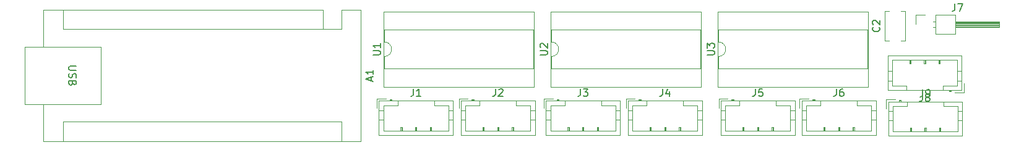
<source format=gbr>
%TF.GenerationSoftware,KiCad,Pcbnew,7.0.10*%
%TF.CreationDate,2024-06-02T15:41:47+02:00*%
%TF.ProjectId,eBoard_pcb,65426f61-7264-45f7-9063-622e6b696361,rev?*%
%TF.SameCoordinates,Original*%
%TF.FileFunction,Legend,Top*%
%TF.FilePolarity,Positive*%
%FSLAX46Y46*%
G04 Gerber Fmt 4.6, Leading zero omitted, Abs format (unit mm)*
G04 Created by KiCad (PCBNEW 7.0.10) date 2024-06-02 15:41:47*
%MOMM*%
%LPD*%
G01*
G04 APERTURE LIST*
%ADD10C,0.150000*%
%ADD11C,0.120000*%
G04 APERTURE END LIST*
D10*
X201866666Y-68299319D02*
X201866666Y-69013604D01*
X201866666Y-69013604D02*
X201819047Y-69156461D01*
X201819047Y-69156461D02*
X201723809Y-69251700D01*
X201723809Y-69251700D02*
X201580952Y-69299319D01*
X201580952Y-69299319D02*
X201485714Y-69299319D01*
X202819047Y-68299319D02*
X202342857Y-68299319D01*
X202342857Y-68299319D02*
X202295238Y-68775509D01*
X202295238Y-68775509D02*
X202342857Y-68727890D01*
X202342857Y-68727890D02*
X202438095Y-68680271D01*
X202438095Y-68680271D02*
X202676190Y-68680271D01*
X202676190Y-68680271D02*
X202771428Y-68727890D01*
X202771428Y-68727890D02*
X202819047Y-68775509D01*
X202819047Y-68775509D02*
X202866666Y-68870747D01*
X202866666Y-68870747D02*
X202866666Y-69108842D01*
X202866666Y-69108842D02*
X202819047Y-69204080D01*
X202819047Y-69204080D02*
X202771428Y-69251700D01*
X202771428Y-69251700D02*
X202676190Y-69299319D01*
X202676190Y-69299319D02*
X202438095Y-69299319D01*
X202438095Y-69299319D02*
X202342857Y-69251700D01*
X202342857Y-69251700D02*
X202295238Y-69204080D01*
X149259004Y-67154285D02*
X149259004Y-66678095D01*
X149544719Y-67249523D02*
X148544719Y-66916190D01*
X148544719Y-66916190D02*
X149544719Y-66582857D01*
X149544719Y-65725714D02*
X149544719Y-66297142D01*
X149544719Y-66011428D02*
X148544719Y-66011428D01*
X148544719Y-66011428D02*
X148687576Y-66106666D01*
X148687576Y-66106666D02*
X148782814Y-66201904D01*
X148782814Y-66201904D02*
X148830433Y-66297142D01*
X108915180Y-65178095D02*
X108105657Y-65178095D01*
X108105657Y-65178095D02*
X108010419Y-65225714D01*
X108010419Y-65225714D02*
X107962800Y-65273333D01*
X107962800Y-65273333D02*
X107915180Y-65368571D01*
X107915180Y-65368571D02*
X107915180Y-65559047D01*
X107915180Y-65559047D02*
X107962800Y-65654285D01*
X107962800Y-65654285D02*
X108010419Y-65701904D01*
X108010419Y-65701904D02*
X108105657Y-65749523D01*
X108105657Y-65749523D02*
X108915180Y-65749523D01*
X107962800Y-66178095D02*
X107915180Y-66320952D01*
X107915180Y-66320952D02*
X107915180Y-66559047D01*
X107915180Y-66559047D02*
X107962800Y-66654285D01*
X107962800Y-66654285D02*
X108010419Y-66701904D01*
X108010419Y-66701904D02*
X108105657Y-66749523D01*
X108105657Y-66749523D02*
X108200895Y-66749523D01*
X108200895Y-66749523D02*
X108296133Y-66701904D01*
X108296133Y-66701904D02*
X108343752Y-66654285D01*
X108343752Y-66654285D02*
X108391371Y-66559047D01*
X108391371Y-66559047D02*
X108438990Y-66368571D01*
X108438990Y-66368571D02*
X108486609Y-66273333D01*
X108486609Y-66273333D02*
X108534228Y-66225714D01*
X108534228Y-66225714D02*
X108629466Y-66178095D01*
X108629466Y-66178095D02*
X108724704Y-66178095D01*
X108724704Y-66178095D02*
X108819942Y-66225714D01*
X108819942Y-66225714D02*
X108867561Y-66273333D01*
X108867561Y-66273333D02*
X108915180Y-66368571D01*
X108915180Y-66368571D02*
X108915180Y-66606666D01*
X108915180Y-66606666D02*
X108867561Y-66749523D01*
X108438990Y-67511428D02*
X108391371Y-67654285D01*
X108391371Y-67654285D02*
X108343752Y-67701904D01*
X108343752Y-67701904D02*
X108248514Y-67749523D01*
X108248514Y-67749523D02*
X108105657Y-67749523D01*
X108105657Y-67749523D02*
X108010419Y-67701904D01*
X108010419Y-67701904D02*
X107962800Y-67654285D01*
X107962800Y-67654285D02*
X107915180Y-67559047D01*
X107915180Y-67559047D02*
X107915180Y-67178095D01*
X107915180Y-67178095D02*
X108915180Y-67178095D01*
X108915180Y-67178095D02*
X108915180Y-67511428D01*
X108915180Y-67511428D02*
X108867561Y-67606666D01*
X108867561Y-67606666D02*
X108819942Y-67654285D01*
X108819942Y-67654285D02*
X108724704Y-67701904D01*
X108724704Y-67701904D02*
X108629466Y-67701904D01*
X108629466Y-67701904D02*
X108534228Y-67654285D01*
X108534228Y-67654285D02*
X108486609Y-67606666D01*
X108486609Y-67606666D02*
X108438990Y-67511428D01*
X108438990Y-67511428D02*
X108438990Y-67178095D01*
X177926666Y-68299319D02*
X177926666Y-69013604D01*
X177926666Y-69013604D02*
X177879047Y-69156461D01*
X177879047Y-69156461D02*
X177783809Y-69251700D01*
X177783809Y-69251700D02*
X177640952Y-69299319D01*
X177640952Y-69299319D02*
X177545714Y-69299319D01*
X178307619Y-68299319D02*
X178926666Y-68299319D01*
X178926666Y-68299319D02*
X178593333Y-68680271D01*
X178593333Y-68680271D02*
X178736190Y-68680271D01*
X178736190Y-68680271D02*
X178831428Y-68727890D01*
X178831428Y-68727890D02*
X178879047Y-68775509D01*
X178879047Y-68775509D02*
X178926666Y-68870747D01*
X178926666Y-68870747D02*
X178926666Y-69108842D01*
X178926666Y-69108842D02*
X178879047Y-69204080D01*
X178879047Y-69204080D02*
X178831428Y-69251700D01*
X178831428Y-69251700D02*
X178736190Y-69299319D01*
X178736190Y-69299319D02*
X178450476Y-69299319D01*
X178450476Y-69299319D02*
X178355238Y-69251700D01*
X178355238Y-69251700D02*
X178307619Y-69204080D01*
X172384819Y-63616404D02*
X173194342Y-63616404D01*
X173194342Y-63616404D02*
X173289580Y-63568785D01*
X173289580Y-63568785D02*
X173337200Y-63521166D01*
X173337200Y-63521166D02*
X173384819Y-63425928D01*
X173384819Y-63425928D02*
X173384819Y-63235452D01*
X173384819Y-63235452D02*
X173337200Y-63140214D01*
X173337200Y-63140214D02*
X173289580Y-63092595D01*
X173289580Y-63092595D02*
X173194342Y-63044976D01*
X173194342Y-63044976D02*
X172384819Y-63044976D01*
X172480057Y-62616404D02*
X172432438Y-62568785D01*
X172432438Y-62568785D02*
X172384819Y-62473547D01*
X172384819Y-62473547D02*
X172384819Y-62235452D01*
X172384819Y-62235452D02*
X172432438Y-62140214D01*
X172432438Y-62140214D02*
X172480057Y-62092595D01*
X172480057Y-62092595D02*
X172575295Y-62044976D01*
X172575295Y-62044976D02*
X172670533Y-62044976D01*
X172670533Y-62044976D02*
X172813390Y-62092595D01*
X172813390Y-62092595D02*
X173384819Y-62664023D01*
X173384819Y-62664023D02*
X173384819Y-62044976D01*
X224707766Y-69007919D02*
X224707766Y-69722204D01*
X224707766Y-69722204D02*
X224660147Y-69865061D01*
X224660147Y-69865061D02*
X224564909Y-69960300D01*
X224564909Y-69960300D02*
X224422052Y-70007919D01*
X224422052Y-70007919D02*
X224326814Y-70007919D01*
X225326814Y-69436490D02*
X225231576Y-69388871D01*
X225231576Y-69388871D02*
X225183957Y-69341252D01*
X225183957Y-69341252D02*
X225136338Y-69246014D01*
X225136338Y-69246014D02*
X225136338Y-69198395D01*
X225136338Y-69198395D02*
X225183957Y-69103157D01*
X225183957Y-69103157D02*
X225231576Y-69055538D01*
X225231576Y-69055538D02*
X225326814Y-69007919D01*
X225326814Y-69007919D02*
X225517290Y-69007919D01*
X225517290Y-69007919D02*
X225612528Y-69055538D01*
X225612528Y-69055538D02*
X225660147Y-69103157D01*
X225660147Y-69103157D02*
X225707766Y-69198395D01*
X225707766Y-69198395D02*
X225707766Y-69246014D01*
X225707766Y-69246014D02*
X225660147Y-69341252D01*
X225660147Y-69341252D02*
X225612528Y-69388871D01*
X225612528Y-69388871D02*
X225517290Y-69436490D01*
X225517290Y-69436490D02*
X225326814Y-69436490D01*
X225326814Y-69436490D02*
X225231576Y-69484109D01*
X225231576Y-69484109D02*
X225183957Y-69531728D01*
X225183957Y-69531728D02*
X225136338Y-69626966D01*
X225136338Y-69626966D02*
X225136338Y-69817442D01*
X225136338Y-69817442D02*
X225183957Y-69912680D01*
X225183957Y-69912680D02*
X225231576Y-69960300D01*
X225231576Y-69960300D02*
X225326814Y-70007919D01*
X225326814Y-70007919D02*
X225517290Y-70007919D01*
X225517290Y-70007919D02*
X225612528Y-69960300D01*
X225612528Y-69960300D02*
X225660147Y-69912680D01*
X225660147Y-69912680D02*
X225707766Y-69817442D01*
X225707766Y-69817442D02*
X225707766Y-69626966D01*
X225707766Y-69626966D02*
X225660147Y-69531728D01*
X225660147Y-69531728D02*
X225612528Y-69484109D01*
X225612528Y-69484109D02*
X225517290Y-69436490D01*
X224766766Y-68396419D02*
X224766766Y-69110704D01*
X224766766Y-69110704D02*
X224719147Y-69253561D01*
X224719147Y-69253561D02*
X224623909Y-69348800D01*
X224623909Y-69348800D02*
X224481052Y-69396419D01*
X224481052Y-69396419D02*
X224385814Y-69396419D01*
X225290576Y-69396419D02*
X225481052Y-69396419D01*
X225481052Y-69396419D02*
X225576290Y-69348800D01*
X225576290Y-69348800D02*
X225623909Y-69301180D01*
X225623909Y-69301180D02*
X225719147Y-69158323D01*
X225719147Y-69158323D02*
X225766766Y-68967847D01*
X225766766Y-68967847D02*
X225766766Y-68586895D01*
X225766766Y-68586895D02*
X225719147Y-68491657D01*
X225719147Y-68491657D02*
X225671528Y-68444038D01*
X225671528Y-68444038D02*
X225576290Y-68396419D01*
X225576290Y-68396419D02*
X225385814Y-68396419D01*
X225385814Y-68396419D02*
X225290576Y-68444038D01*
X225290576Y-68444038D02*
X225242957Y-68491657D01*
X225242957Y-68491657D02*
X225195338Y-68586895D01*
X225195338Y-68586895D02*
X225195338Y-68824990D01*
X225195338Y-68824990D02*
X225242957Y-68920228D01*
X225242957Y-68920228D02*
X225290576Y-68967847D01*
X225290576Y-68967847D02*
X225385814Y-69015466D01*
X225385814Y-69015466D02*
X225576290Y-69015466D01*
X225576290Y-69015466D02*
X225671528Y-68967847D01*
X225671528Y-68967847D02*
X225719147Y-68920228D01*
X225719147Y-68920228D02*
X225766766Y-68824990D01*
X189166666Y-68299319D02*
X189166666Y-69013604D01*
X189166666Y-69013604D02*
X189119047Y-69156461D01*
X189119047Y-69156461D02*
X189023809Y-69251700D01*
X189023809Y-69251700D02*
X188880952Y-69299319D01*
X188880952Y-69299319D02*
X188785714Y-69299319D01*
X190071428Y-68632652D02*
X190071428Y-69299319D01*
X189833333Y-68251700D02*
X189595238Y-68965985D01*
X189595238Y-68965985D02*
X190214285Y-68965985D01*
X195244819Y-63616404D02*
X196054342Y-63616404D01*
X196054342Y-63616404D02*
X196149580Y-63568785D01*
X196149580Y-63568785D02*
X196197200Y-63521166D01*
X196197200Y-63521166D02*
X196244819Y-63425928D01*
X196244819Y-63425928D02*
X196244819Y-63235452D01*
X196244819Y-63235452D02*
X196197200Y-63140214D01*
X196197200Y-63140214D02*
X196149580Y-63092595D01*
X196149580Y-63092595D02*
X196054342Y-63044976D01*
X196054342Y-63044976D02*
X195244819Y-63044976D01*
X195244819Y-62664023D02*
X195244819Y-62044976D01*
X195244819Y-62044976D02*
X195625771Y-62378309D01*
X195625771Y-62378309D02*
X195625771Y-62235452D01*
X195625771Y-62235452D02*
X195673390Y-62140214D01*
X195673390Y-62140214D02*
X195721009Y-62092595D01*
X195721009Y-62092595D02*
X195816247Y-62044976D01*
X195816247Y-62044976D02*
X196054342Y-62044976D01*
X196054342Y-62044976D02*
X196149580Y-62092595D01*
X196149580Y-62092595D02*
X196197200Y-62140214D01*
X196197200Y-62140214D02*
X196244819Y-62235452D01*
X196244819Y-62235452D02*
X196244819Y-62521166D01*
X196244819Y-62521166D02*
X196197200Y-62616404D01*
X196197200Y-62616404D02*
X196149580Y-62664023D01*
X166306666Y-68299319D02*
X166306666Y-69013604D01*
X166306666Y-69013604D02*
X166259047Y-69156461D01*
X166259047Y-69156461D02*
X166163809Y-69251700D01*
X166163809Y-69251700D02*
X166020952Y-69299319D01*
X166020952Y-69299319D02*
X165925714Y-69299319D01*
X166735238Y-68394557D02*
X166782857Y-68346938D01*
X166782857Y-68346938D02*
X166878095Y-68299319D01*
X166878095Y-68299319D02*
X167116190Y-68299319D01*
X167116190Y-68299319D02*
X167211428Y-68346938D01*
X167211428Y-68346938D02*
X167259047Y-68394557D01*
X167259047Y-68394557D02*
X167306666Y-68489795D01*
X167306666Y-68489795D02*
X167306666Y-68585033D01*
X167306666Y-68585033D02*
X167259047Y-68727890D01*
X167259047Y-68727890D02*
X166687619Y-69299319D01*
X166687619Y-69299319D02*
X167306666Y-69299319D01*
X155066666Y-68299319D02*
X155066666Y-69013604D01*
X155066666Y-69013604D02*
X155019047Y-69156461D01*
X155019047Y-69156461D02*
X154923809Y-69251700D01*
X154923809Y-69251700D02*
X154780952Y-69299319D01*
X154780952Y-69299319D02*
X154685714Y-69299319D01*
X156066666Y-69299319D02*
X155495238Y-69299319D01*
X155780952Y-69299319D02*
X155780952Y-68299319D01*
X155780952Y-68299319D02*
X155685714Y-68442176D01*
X155685714Y-68442176D02*
X155590476Y-68537414D01*
X155590476Y-68537414D02*
X155495238Y-68585033D01*
X149524819Y-63616404D02*
X150334342Y-63616404D01*
X150334342Y-63616404D02*
X150429580Y-63568785D01*
X150429580Y-63568785D02*
X150477200Y-63521166D01*
X150477200Y-63521166D02*
X150524819Y-63425928D01*
X150524819Y-63425928D02*
X150524819Y-63235452D01*
X150524819Y-63235452D02*
X150477200Y-63140214D01*
X150477200Y-63140214D02*
X150429580Y-63092595D01*
X150429580Y-63092595D02*
X150334342Y-63044976D01*
X150334342Y-63044976D02*
X149524819Y-63044976D01*
X150524819Y-62044976D02*
X150524819Y-62616404D01*
X150524819Y-62330690D02*
X149524819Y-62330690D01*
X149524819Y-62330690D02*
X149667676Y-62425928D01*
X149667676Y-62425928D02*
X149762914Y-62521166D01*
X149762914Y-62521166D02*
X149810533Y-62616404D01*
X218789580Y-59836666D02*
X218837200Y-59884285D01*
X218837200Y-59884285D02*
X218884819Y-60027142D01*
X218884819Y-60027142D02*
X218884819Y-60122380D01*
X218884819Y-60122380D02*
X218837200Y-60265237D01*
X218837200Y-60265237D02*
X218741961Y-60360475D01*
X218741961Y-60360475D02*
X218646723Y-60408094D01*
X218646723Y-60408094D02*
X218456247Y-60455713D01*
X218456247Y-60455713D02*
X218313390Y-60455713D01*
X218313390Y-60455713D02*
X218122914Y-60408094D01*
X218122914Y-60408094D02*
X218027676Y-60360475D01*
X218027676Y-60360475D02*
X217932438Y-60265237D01*
X217932438Y-60265237D02*
X217884819Y-60122380D01*
X217884819Y-60122380D02*
X217884819Y-60027142D01*
X217884819Y-60027142D02*
X217932438Y-59884285D01*
X217932438Y-59884285D02*
X217980057Y-59836666D01*
X217980057Y-59455713D02*
X217932438Y-59408094D01*
X217932438Y-59408094D02*
X217884819Y-59312856D01*
X217884819Y-59312856D02*
X217884819Y-59074761D01*
X217884819Y-59074761D02*
X217932438Y-58979523D01*
X217932438Y-58979523D02*
X217980057Y-58931904D01*
X217980057Y-58931904D02*
X218075295Y-58884285D01*
X218075295Y-58884285D02*
X218170533Y-58884285D01*
X218170533Y-58884285D02*
X218313390Y-58931904D01*
X218313390Y-58931904D02*
X218884819Y-59503332D01*
X218884819Y-59503332D02*
X218884819Y-58884285D01*
X229153566Y-56610019D02*
X229153566Y-57324304D01*
X229153566Y-57324304D02*
X229105947Y-57467161D01*
X229105947Y-57467161D02*
X229010709Y-57562400D01*
X229010709Y-57562400D02*
X228867852Y-57610019D01*
X228867852Y-57610019D02*
X228772614Y-57610019D01*
X229534519Y-56610019D02*
X230201185Y-56610019D01*
X230201185Y-56610019D02*
X229772614Y-57610019D01*
X212946666Y-68299319D02*
X212946666Y-69013604D01*
X212946666Y-69013604D02*
X212899047Y-69156461D01*
X212899047Y-69156461D02*
X212803809Y-69251700D01*
X212803809Y-69251700D02*
X212660952Y-69299319D01*
X212660952Y-69299319D02*
X212565714Y-69299319D01*
X213851428Y-68299319D02*
X213660952Y-68299319D01*
X213660952Y-68299319D02*
X213565714Y-68346938D01*
X213565714Y-68346938D02*
X213518095Y-68394557D01*
X213518095Y-68394557D02*
X213422857Y-68537414D01*
X213422857Y-68537414D02*
X213375238Y-68727890D01*
X213375238Y-68727890D02*
X213375238Y-69108842D01*
X213375238Y-69108842D02*
X213422857Y-69204080D01*
X213422857Y-69204080D02*
X213470476Y-69251700D01*
X213470476Y-69251700D02*
X213565714Y-69299319D01*
X213565714Y-69299319D02*
X213756190Y-69299319D01*
X213756190Y-69299319D02*
X213851428Y-69251700D01*
X213851428Y-69251700D02*
X213899047Y-69204080D01*
X213899047Y-69204080D02*
X213946666Y-69108842D01*
X213946666Y-69108842D02*
X213946666Y-68870747D01*
X213946666Y-68870747D02*
X213899047Y-68775509D01*
X213899047Y-68775509D02*
X213851428Y-68727890D01*
X213851428Y-68727890D02*
X213756190Y-68680271D01*
X213756190Y-68680271D02*
X213565714Y-68680271D01*
X213565714Y-68680271D02*
X213470476Y-68727890D01*
X213470476Y-68727890D02*
X213422857Y-68775509D01*
X213422857Y-68775509D02*
X213375238Y-68870747D01*
D11*
%TO.C,J5*%
X196840000Y-69634500D02*
X196840000Y-70884500D01*
X197140000Y-69934500D02*
X197140000Y-74654500D01*
X197140000Y-71244500D02*
X197750000Y-71244500D01*
X197140000Y-72544500D02*
X197750000Y-72544500D01*
X197140000Y-74654500D02*
X207260000Y-74654500D01*
X197750000Y-70544500D02*
X197750000Y-74044500D01*
X197750000Y-74044500D02*
X206650000Y-74044500D01*
X198090000Y-69634500D02*
X196840000Y-69634500D01*
X198600000Y-69734500D02*
X198600000Y-69934500D01*
X198900000Y-69734500D02*
X198600000Y-69734500D01*
X198900000Y-69834500D02*
X198600000Y-69834500D01*
X198900000Y-69934500D02*
X198900000Y-69734500D01*
X199700000Y-69934500D02*
X199700000Y-70544500D01*
X199700000Y-70544500D02*
X197750000Y-70544500D01*
X200100000Y-73544500D02*
X200300000Y-73544500D01*
X200100000Y-74044500D02*
X200100000Y-73544500D01*
X200200000Y-74044500D02*
X200200000Y-73544500D01*
X200300000Y-73544500D02*
X200300000Y-74044500D01*
X202100000Y-73544500D02*
X202300000Y-73544500D01*
X202100000Y-74044500D02*
X202100000Y-73544500D01*
X202200000Y-74044500D02*
X202200000Y-73544500D01*
X202300000Y-73544500D02*
X202300000Y-74044500D01*
X204100000Y-73544500D02*
X204300000Y-73544500D01*
X204100000Y-74044500D02*
X204100000Y-73544500D01*
X204200000Y-74044500D02*
X204200000Y-73544500D01*
X204300000Y-73544500D02*
X204300000Y-74044500D01*
X204700000Y-70544500D02*
X204700000Y-69934500D01*
X206650000Y-70544500D02*
X204700000Y-70544500D01*
X206650000Y-74044500D02*
X206650000Y-70544500D01*
X207260000Y-69934500D02*
X197140000Y-69934500D01*
X207260000Y-71244500D02*
X206650000Y-71244500D01*
X207260000Y-72544500D02*
X206650000Y-72544500D01*
X207260000Y-74654500D02*
X207260000Y-69934500D01*
%TO.C,A1*%
X147870000Y-57420000D02*
X145200000Y-57420000D01*
X142660000Y-57420000D02*
X104430000Y-57420000D01*
X104430000Y-57420000D02*
X104430000Y-62500000D01*
X145200000Y-60090000D02*
X145200000Y-57420000D01*
X142660000Y-60090000D02*
X142660000Y-57420000D01*
X142660000Y-60090000D02*
X145200000Y-60090000D01*
X142660000Y-60090000D02*
X107100000Y-60090000D01*
X107100000Y-60090000D02*
X107100000Y-57420000D01*
X112310000Y-62500000D02*
X112310000Y-70380000D01*
X101890000Y-62500000D02*
X112310000Y-62500000D01*
X112310000Y-70380000D02*
X101890000Y-70380000D01*
X101890000Y-70380000D02*
X101890000Y-62500000D01*
X145200000Y-72790000D02*
X107100000Y-72790000D01*
X145200000Y-72790000D02*
X145200000Y-75460000D01*
X107100000Y-72790000D02*
X107100000Y-75460000D01*
X147870000Y-75460000D02*
X147870000Y-57420000D01*
X104430000Y-75460000D02*
X104430000Y-70380000D01*
X104430000Y-75460000D02*
X147870000Y-75460000D01*
%TO.C,J3*%
X172900000Y-69634500D02*
X172900000Y-70884500D01*
X173200000Y-69934500D02*
X173200000Y-74654500D01*
X173200000Y-71244500D02*
X173810000Y-71244500D01*
X173200000Y-72544500D02*
X173810000Y-72544500D01*
X173200000Y-74654500D02*
X183320000Y-74654500D01*
X173810000Y-70544500D02*
X173810000Y-74044500D01*
X173810000Y-74044500D02*
X182710000Y-74044500D01*
X174150000Y-69634500D02*
X172900000Y-69634500D01*
X174660000Y-69734500D02*
X174660000Y-69934500D01*
X174960000Y-69734500D02*
X174660000Y-69734500D01*
X174960000Y-69834500D02*
X174660000Y-69834500D01*
X174960000Y-69934500D02*
X174960000Y-69734500D01*
X175760000Y-69934500D02*
X175760000Y-70544500D01*
X175760000Y-70544500D02*
X173810000Y-70544500D01*
X176160000Y-73544500D02*
X176360000Y-73544500D01*
X176160000Y-74044500D02*
X176160000Y-73544500D01*
X176260000Y-74044500D02*
X176260000Y-73544500D01*
X176360000Y-73544500D02*
X176360000Y-74044500D01*
X178160000Y-73544500D02*
X178360000Y-73544500D01*
X178160000Y-74044500D02*
X178160000Y-73544500D01*
X178260000Y-74044500D02*
X178260000Y-73544500D01*
X178360000Y-73544500D02*
X178360000Y-74044500D01*
X180160000Y-73544500D02*
X180360000Y-73544500D01*
X180160000Y-74044500D02*
X180160000Y-73544500D01*
X180260000Y-74044500D02*
X180260000Y-73544500D01*
X180360000Y-73544500D02*
X180360000Y-74044500D01*
X180760000Y-70544500D02*
X180760000Y-69934500D01*
X182710000Y-70544500D02*
X180760000Y-70544500D01*
X182710000Y-74044500D02*
X182710000Y-70544500D01*
X183320000Y-69934500D02*
X173200000Y-69934500D01*
X183320000Y-71244500D02*
X182710000Y-71244500D01*
X183320000Y-72544500D02*
X182710000Y-72544500D01*
X183320000Y-74654500D02*
X183320000Y-69934500D01*
%TO.C,U2*%
X173870000Y-67994500D02*
X194430000Y-67994500D01*
X194430000Y-67994500D02*
X194430000Y-57714500D01*
X173930000Y-65504500D02*
X194370000Y-65504500D01*
X194370000Y-65504500D02*
X194370000Y-60204500D01*
X173930000Y-63854500D02*
X173930000Y-65504500D01*
X173930000Y-60204500D02*
X173930000Y-61854500D01*
X194370000Y-60204500D02*
X173930000Y-60204500D01*
X173870000Y-57714500D02*
X173870000Y-67994500D01*
X194430000Y-57714500D02*
X173870000Y-57714500D01*
X173930000Y-63854500D02*
G75*
G03*
X173930000Y-61854500I0J1000000D01*
G01*
%TO.C,J8*%
X230401100Y-68763100D02*
X230401100Y-67513100D01*
X230101100Y-68463100D02*
X230101100Y-63743100D01*
X230101100Y-67153100D02*
X229491100Y-67153100D01*
X230101100Y-65853100D02*
X229491100Y-65853100D01*
X230101100Y-63743100D02*
X219981100Y-63743100D01*
X229491100Y-67853100D02*
X229491100Y-64353100D01*
X229491100Y-64353100D02*
X220591100Y-64353100D01*
X229151100Y-68763100D02*
X230401100Y-68763100D01*
X228641100Y-68663100D02*
X228641100Y-68463100D01*
X228341100Y-68663100D02*
X228641100Y-68663100D01*
X228341100Y-68563100D02*
X228641100Y-68563100D01*
X228341100Y-68463100D02*
X228341100Y-68663100D01*
X227541100Y-68463100D02*
X227541100Y-67853100D01*
X227541100Y-67853100D02*
X229491100Y-67853100D01*
X227141100Y-64853100D02*
X226941100Y-64853100D01*
X227141100Y-64353100D02*
X227141100Y-64853100D01*
X227041100Y-64353100D02*
X227041100Y-64853100D01*
X226941100Y-64853100D02*
X226941100Y-64353100D01*
X225141100Y-64853100D02*
X224941100Y-64853100D01*
X225141100Y-64353100D02*
X225141100Y-64853100D01*
X225041100Y-64353100D02*
X225041100Y-64853100D01*
X224941100Y-64853100D02*
X224941100Y-64353100D01*
X223141100Y-64853100D02*
X222941100Y-64853100D01*
X223141100Y-64353100D02*
X223141100Y-64853100D01*
X223041100Y-64353100D02*
X223041100Y-64853100D01*
X222941100Y-64853100D02*
X222941100Y-64353100D01*
X222541100Y-67853100D02*
X222541100Y-68463100D01*
X220591100Y-67853100D02*
X222541100Y-67853100D01*
X220591100Y-64353100D02*
X220591100Y-67853100D01*
X219981100Y-68463100D02*
X230101100Y-68463100D01*
X219981100Y-67153100D02*
X220591100Y-67153100D01*
X219981100Y-65853100D02*
X220591100Y-65853100D01*
X219981100Y-63743100D02*
X219981100Y-68463100D01*
%TO.C,J9*%
X219740100Y-69731600D02*
X219740100Y-70981600D01*
X220040100Y-70031600D02*
X220040100Y-74751600D01*
X220040100Y-71341600D02*
X220650100Y-71341600D01*
X220040100Y-72641600D02*
X220650100Y-72641600D01*
X220040100Y-74751600D02*
X230160100Y-74751600D01*
X220650100Y-70641600D02*
X220650100Y-74141600D01*
X220650100Y-74141600D02*
X229550100Y-74141600D01*
X220990100Y-69731600D02*
X219740100Y-69731600D01*
X221500100Y-69831600D02*
X221500100Y-70031600D01*
X221800100Y-69831600D02*
X221500100Y-69831600D01*
X221800100Y-69931600D02*
X221500100Y-69931600D01*
X221800100Y-70031600D02*
X221800100Y-69831600D01*
X222600100Y-70031600D02*
X222600100Y-70641600D01*
X222600100Y-70641600D02*
X220650100Y-70641600D01*
X223000100Y-73641600D02*
X223200100Y-73641600D01*
X223000100Y-74141600D02*
X223000100Y-73641600D01*
X223100100Y-74141600D02*
X223100100Y-73641600D01*
X223200100Y-73641600D02*
X223200100Y-74141600D01*
X225000100Y-73641600D02*
X225200100Y-73641600D01*
X225000100Y-74141600D02*
X225000100Y-73641600D01*
X225100100Y-74141600D02*
X225100100Y-73641600D01*
X225200100Y-73641600D02*
X225200100Y-74141600D01*
X227000100Y-73641600D02*
X227200100Y-73641600D01*
X227000100Y-74141600D02*
X227000100Y-73641600D01*
X227100100Y-74141600D02*
X227100100Y-73641600D01*
X227200100Y-73641600D02*
X227200100Y-74141600D01*
X227600100Y-70641600D02*
X227600100Y-70031600D01*
X229550100Y-70641600D02*
X227600100Y-70641600D01*
X229550100Y-74141600D02*
X229550100Y-70641600D01*
X230160100Y-70031600D02*
X220040100Y-70031600D01*
X230160100Y-71341600D02*
X229550100Y-71341600D01*
X230160100Y-72641600D02*
X229550100Y-72641600D01*
X230160100Y-74751600D02*
X230160100Y-70031600D01*
%TO.C,J4*%
X184140000Y-69634500D02*
X184140000Y-70884500D01*
X184440000Y-69934500D02*
X184440000Y-74654500D01*
X184440000Y-71244500D02*
X185050000Y-71244500D01*
X184440000Y-72544500D02*
X185050000Y-72544500D01*
X184440000Y-74654500D02*
X194560000Y-74654500D01*
X185050000Y-70544500D02*
X185050000Y-74044500D01*
X185050000Y-74044500D02*
X193950000Y-74044500D01*
X185390000Y-69634500D02*
X184140000Y-69634500D01*
X185900000Y-69734500D02*
X185900000Y-69934500D01*
X186200000Y-69734500D02*
X185900000Y-69734500D01*
X186200000Y-69834500D02*
X185900000Y-69834500D01*
X186200000Y-69934500D02*
X186200000Y-69734500D01*
X187000000Y-69934500D02*
X187000000Y-70544500D01*
X187000000Y-70544500D02*
X185050000Y-70544500D01*
X187400000Y-73544500D02*
X187600000Y-73544500D01*
X187400000Y-74044500D02*
X187400000Y-73544500D01*
X187500000Y-74044500D02*
X187500000Y-73544500D01*
X187600000Y-73544500D02*
X187600000Y-74044500D01*
X189400000Y-73544500D02*
X189600000Y-73544500D01*
X189400000Y-74044500D02*
X189400000Y-73544500D01*
X189500000Y-74044500D02*
X189500000Y-73544500D01*
X189600000Y-73544500D02*
X189600000Y-74044500D01*
X191400000Y-73544500D02*
X191600000Y-73544500D01*
X191400000Y-74044500D02*
X191400000Y-73544500D01*
X191500000Y-74044500D02*
X191500000Y-73544500D01*
X191600000Y-73544500D02*
X191600000Y-74044500D01*
X192000000Y-70544500D02*
X192000000Y-69934500D01*
X193950000Y-70544500D02*
X192000000Y-70544500D01*
X193950000Y-74044500D02*
X193950000Y-70544500D01*
X194560000Y-69934500D02*
X184440000Y-69934500D01*
X194560000Y-71244500D02*
X193950000Y-71244500D01*
X194560000Y-72544500D02*
X193950000Y-72544500D01*
X194560000Y-74654500D02*
X194560000Y-69934500D01*
%TO.C,U3*%
X196730000Y-67994500D02*
X217290000Y-67994500D01*
X217290000Y-67994500D02*
X217290000Y-57714500D01*
X196790000Y-65504500D02*
X217230000Y-65504500D01*
X217230000Y-65504500D02*
X217230000Y-60204500D01*
X196790000Y-63854500D02*
X196790000Y-65504500D01*
X196790000Y-60204500D02*
X196790000Y-61854500D01*
X217230000Y-60204500D02*
X196790000Y-60204500D01*
X196730000Y-57714500D02*
X196730000Y-67994500D01*
X217290000Y-57714500D02*
X196730000Y-57714500D01*
X196790000Y-63854500D02*
G75*
G03*
X196790000Y-61854500I0J1000000D01*
G01*
%TO.C,J2*%
X161280000Y-69634500D02*
X161280000Y-70884500D01*
X161580000Y-69934500D02*
X161580000Y-74654500D01*
X161580000Y-71244500D02*
X162190000Y-71244500D01*
X161580000Y-72544500D02*
X162190000Y-72544500D01*
X161580000Y-74654500D02*
X171700000Y-74654500D01*
X162190000Y-70544500D02*
X162190000Y-74044500D01*
X162190000Y-74044500D02*
X171090000Y-74044500D01*
X162530000Y-69634500D02*
X161280000Y-69634500D01*
X163040000Y-69734500D02*
X163040000Y-69934500D01*
X163340000Y-69734500D02*
X163040000Y-69734500D01*
X163340000Y-69834500D02*
X163040000Y-69834500D01*
X163340000Y-69934500D02*
X163340000Y-69734500D01*
X164140000Y-69934500D02*
X164140000Y-70544500D01*
X164140000Y-70544500D02*
X162190000Y-70544500D01*
X164540000Y-73544500D02*
X164740000Y-73544500D01*
X164540000Y-74044500D02*
X164540000Y-73544500D01*
X164640000Y-74044500D02*
X164640000Y-73544500D01*
X164740000Y-73544500D02*
X164740000Y-74044500D01*
X166540000Y-73544500D02*
X166740000Y-73544500D01*
X166540000Y-74044500D02*
X166540000Y-73544500D01*
X166640000Y-74044500D02*
X166640000Y-73544500D01*
X166740000Y-73544500D02*
X166740000Y-74044500D01*
X168540000Y-73544500D02*
X168740000Y-73544500D01*
X168540000Y-74044500D02*
X168540000Y-73544500D01*
X168640000Y-74044500D02*
X168640000Y-73544500D01*
X168740000Y-73544500D02*
X168740000Y-74044500D01*
X169140000Y-70544500D02*
X169140000Y-69934500D01*
X171090000Y-70544500D02*
X169140000Y-70544500D01*
X171090000Y-74044500D02*
X171090000Y-70544500D01*
X171700000Y-69934500D02*
X161580000Y-69934500D01*
X171700000Y-71244500D02*
X171090000Y-71244500D01*
X171700000Y-72544500D02*
X171090000Y-72544500D01*
X171700000Y-74654500D02*
X171700000Y-69934500D01*
%TO.C,J1*%
X150040000Y-69634500D02*
X150040000Y-70884500D01*
X150340000Y-69934500D02*
X150340000Y-74654500D01*
X150340000Y-71244500D02*
X150950000Y-71244500D01*
X150340000Y-72544500D02*
X150950000Y-72544500D01*
X150340000Y-74654500D02*
X160460000Y-74654500D01*
X150950000Y-70544500D02*
X150950000Y-74044500D01*
X150950000Y-74044500D02*
X159850000Y-74044500D01*
X151290000Y-69634500D02*
X150040000Y-69634500D01*
X151800000Y-69734500D02*
X151800000Y-69934500D01*
X152100000Y-69734500D02*
X151800000Y-69734500D01*
X152100000Y-69834500D02*
X151800000Y-69834500D01*
X152100000Y-69934500D02*
X152100000Y-69734500D01*
X152900000Y-69934500D02*
X152900000Y-70544500D01*
X152900000Y-70544500D02*
X150950000Y-70544500D01*
X153300000Y-73544500D02*
X153500000Y-73544500D01*
X153300000Y-74044500D02*
X153300000Y-73544500D01*
X153400000Y-74044500D02*
X153400000Y-73544500D01*
X153500000Y-73544500D02*
X153500000Y-74044500D01*
X155300000Y-73544500D02*
X155500000Y-73544500D01*
X155300000Y-74044500D02*
X155300000Y-73544500D01*
X155400000Y-74044500D02*
X155400000Y-73544500D01*
X155500000Y-73544500D02*
X155500000Y-74044500D01*
X157300000Y-73544500D02*
X157500000Y-73544500D01*
X157300000Y-74044500D02*
X157300000Y-73544500D01*
X157400000Y-74044500D02*
X157400000Y-73544500D01*
X157500000Y-73544500D02*
X157500000Y-74044500D01*
X157900000Y-70544500D02*
X157900000Y-69934500D01*
X159850000Y-70544500D02*
X157900000Y-70544500D01*
X159850000Y-74044500D02*
X159850000Y-70544500D01*
X160460000Y-69934500D02*
X150340000Y-69934500D01*
X160460000Y-71244500D02*
X159850000Y-71244500D01*
X160460000Y-72544500D02*
X159850000Y-72544500D01*
X160460000Y-74654500D02*
X160460000Y-69934500D01*
%TO.C,U1*%
X151010000Y-67994500D02*
X171570000Y-67994500D01*
X171570000Y-67994500D02*
X171570000Y-57714500D01*
X151070000Y-65504500D02*
X171510000Y-65504500D01*
X171510000Y-65504500D02*
X171510000Y-60204500D01*
X151070000Y-63854500D02*
X151070000Y-65504500D01*
X151070000Y-60204500D02*
X151070000Y-61854500D01*
X171510000Y-60204500D02*
X151070000Y-60204500D01*
X151010000Y-57714500D02*
X151010000Y-67994500D01*
X171570000Y-57714500D02*
X151010000Y-57714500D01*
X151070000Y-63854500D02*
G75*
G03*
X151070000Y-61854500I0J1000000D01*
G01*
%TO.C,C2*%
X219560000Y-61690000D02*
X220185000Y-61690000D01*
X219560000Y-61690000D02*
X219560000Y-57650000D01*
X221775000Y-61690000D02*
X222400000Y-61690000D01*
X222400000Y-61690000D02*
X222400000Y-57650000D01*
X219560000Y-57650000D02*
X220185000Y-57650000D01*
X221775000Y-57650000D02*
X222400000Y-57650000D01*
%TO.C,J7*%
X223831900Y-58155200D02*
X225101900Y-58155200D01*
X223831900Y-59425200D02*
X223831900Y-58155200D01*
X226211900Y-59045200D02*
X226541900Y-59045200D01*
X226211900Y-59805200D02*
X226541900Y-59805200D01*
X226541900Y-58095200D02*
X226541900Y-60755200D01*
X226541900Y-60755200D02*
X229201900Y-60755200D01*
X229201900Y-58095200D02*
X226541900Y-58095200D01*
X229201900Y-59045200D02*
X235201900Y-59045200D01*
X229201900Y-59105200D02*
X235201900Y-59105200D01*
X229201900Y-59225200D02*
X235201900Y-59225200D01*
X229201900Y-59345200D02*
X235201900Y-59345200D01*
X229201900Y-59465200D02*
X235201900Y-59465200D01*
X229201900Y-59585200D02*
X235201900Y-59585200D01*
X229201900Y-59705200D02*
X235201900Y-59705200D01*
X229201900Y-60755200D02*
X229201900Y-58095200D01*
X235201900Y-59045200D02*
X235201900Y-59805200D01*
X235201900Y-59805200D02*
X229201900Y-59805200D01*
%TO.C,J6*%
X207920000Y-69634500D02*
X207920000Y-70884500D01*
X208220000Y-69934500D02*
X208220000Y-74654500D01*
X208220000Y-71244500D02*
X208830000Y-71244500D01*
X208220000Y-72544500D02*
X208830000Y-72544500D01*
X208220000Y-74654500D02*
X218340000Y-74654500D01*
X208830000Y-70544500D02*
X208830000Y-74044500D01*
X208830000Y-74044500D02*
X217730000Y-74044500D01*
X209170000Y-69634500D02*
X207920000Y-69634500D01*
X209680000Y-69734500D02*
X209680000Y-69934500D01*
X209980000Y-69734500D02*
X209680000Y-69734500D01*
X209980000Y-69834500D02*
X209680000Y-69834500D01*
X209980000Y-69934500D02*
X209980000Y-69734500D01*
X210780000Y-69934500D02*
X210780000Y-70544500D01*
X210780000Y-70544500D02*
X208830000Y-70544500D01*
X211180000Y-73544500D02*
X211380000Y-73544500D01*
X211180000Y-74044500D02*
X211180000Y-73544500D01*
X211280000Y-74044500D02*
X211280000Y-73544500D01*
X211380000Y-73544500D02*
X211380000Y-74044500D01*
X213180000Y-73544500D02*
X213380000Y-73544500D01*
X213180000Y-74044500D02*
X213180000Y-73544500D01*
X213280000Y-74044500D02*
X213280000Y-73544500D01*
X213380000Y-73544500D02*
X213380000Y-74044500D01*
X215180000Y-73544500D02*
X215380000Y-73544500D01*
X215180000Y-74044500D02*
X215180000Y-73544500D01*
X215280000Y-74044500D02*
X215280000Y-73544500D01*
X215380000Y-73544500D02*
X215380000Y-74044500D01*
X215780000Y-70544500D02*
X215780000Y-69934500D01*
X217730000Y-70544500D02*
X215780000Y-70544500D01*
X217730000Y-74044500D02*
X217730000Y-70544500D01*
X218340000Y-69934500D02*
X208220000Y-69934500D01*
X218340000Y-71244500D02*
X217730000Y-71244500D01*
X218340000Y-72544500D02*
X217730000Y-72544500D01*
X218340000Y-74654500D02*
X218340000Y-69934500D01*
%TD*%
M02*

</source>
